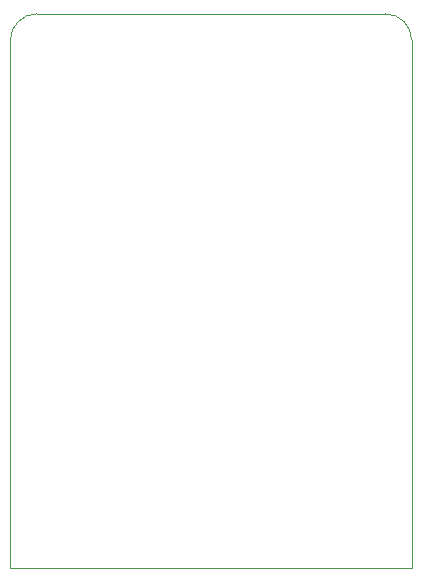
<source format=gbr>
G04 #@! TF.GenerationSoftware,KiCad,Pcbnew,(5.1.4)-1*
G04 #@! TF.CreationDate,2019-12-12T19:40:31+09:00*
G04 #@! TF.ProjectId,microcar_head,6d696372-6f63-4617-925f-686561642e6b,rev?*
G04 #@! TF.SameCoordinates,Original*
G04 #@! TF.FileFunction,Profile,NP*
%FSLAX46Y46*%
G04 Gerber Fmt 4.6, Leading zero omitted, Abs format (unit mm)*
G04 Created by KiCad (PCBNEW (5.1.4)-1) date 2019-12-12 19:40:31*
%MOMM*%
%LPD*%
G04 APERTURE LIST*
%ADD10C,0.050000*%
G04 APERTURE END LIST*
D10*
X12065000Y-20650000D02*
G75*
G02X14300000Y-18415000I2235000J0D01*
G01*
X43815000Y-18415000D02*
G75*
G02X46050000Y-20650000I0J-2235000D01*
G01*
X46050000Y-20650000D02*
X46050000Y-65320000D01*
X12065000Y-65320000D02*
X46050000Y-65320000D01*
X14300000Y-18415000D02*
X43815000Y-18415000D01*
X12065000Y-20650000D02*
X12065000Y-65320000D01*
M02*

</source>
